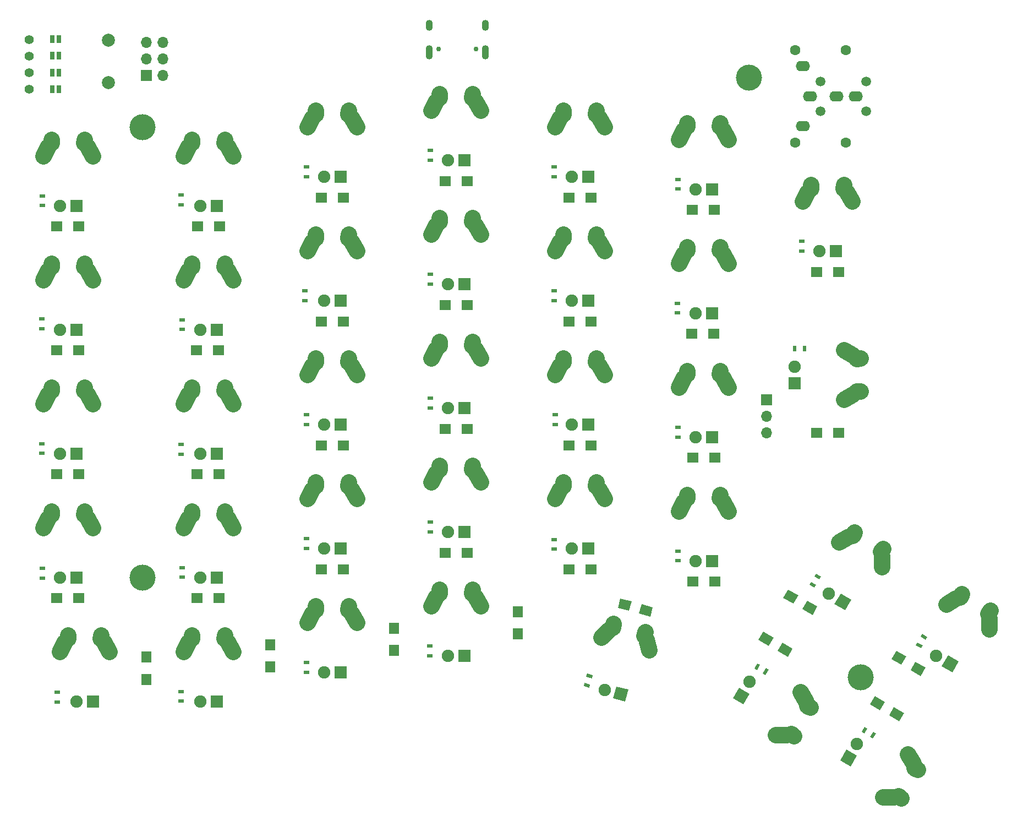
<source format=gts>
G04 #@! TF.GenerationSoftware,KiCad,Pcbnew,(5.1.5)-3*
G04 #@! TF.CreationDate,2020-05-08T01:13:36+04:00*
G04 #@! TF.ProjectId,redox_rev2,7265646f-785f-4726-9576-322e6b696361,1.0*
G04 #@! TF.SameCoordinates,Original*
G04 #@! TF.FileFunction,Soldermask,Top*
G04 #@! TF.FilePolarity,Negative*
%FSLAX46Y46*%
G04 Gerber Fmt 4.6, Leading zero omitted, Abs format (unit mm)*
G04 Created by KiCad (PCBNEW (5.1.5)-3) date 2020-05-08 01:13:36*
%MOMM*%
%LPD*%
G04 APERTURE LIST*
%ADD10R,1.905000X1.905000*%
%ADD11C,1.905000*%
%ADD12C,2.500000*%
%ADD13C,0.100000*%
%ADD14C,1.397000*%
%ADD15R,0.635000X1.143000*%
%ADD16C,1.600000*%
%ADD17C,1.500000*%
%ADD18O,2.200000X1.600000*%
%ADD19R,1.700000X1.700000*%
%ADD20O,1.700000X1.700000*%
%ADD21C,0.750000*%
%ADD22O,1.100000X2.200000*%
%ADD23O,1.100000X1.700000*%
%ADD24C,4.000000*%
%ADD25R,0.900000X0.500000*%
%ADD26R,0.500000X0.900000*%
%ADD27R,1.800000X1.500000*%
%ADD28R,1.500000X1.800000*%
%ADD29C,2.000000*%
G04 APERTURE END LIST*
D10*
X92710000Y-71755000D03*
D11*
X90170000Y-71755000D03*
D12*
X93979724Y-61595672D02*
X93940276Y-62174328D01*
X88440453Y-62675046D02*
X87629547Y-64134954D01*
X94439547Y-62675046D02*
X95250453Y-64134954D01*
X88900276Y-61595672D02*
X88939724Y-62174328D01*
D10*
X114300000Y-71755000D03*
D11*
X111760000Y-71755000D03*
D12*
X115569724Y-61595672D02*
X115530276Y-62174328D01*
X110030453Y-62675046D02*
X109219547Y-64134954D01*
X116029547Y-62675046D02*
X116840453Y-64134954D01*
X110490276Y-61595672D02*
X110529724Y-62174328D01*
D10*
X92710000Y-90805000D03*
D11*
X90170000Y-90805000D03*
D12*
X93979724Y-80645672D02*
X93940276Y-81224328D01*
X88440453Y-81725046D02*
X87629547Y-83184954D01*
X94439547Y-81725046D02*
X95250453Y-83184954D01*
X88900276Y-80645672D02*
X88939724Y-81224328D01*
D10*
X92710000Y-109855000D03*
D11*
X90170000Y-109855000D03*
D12*
X93979724Y-99695672D02*
X93940276Y-100274328D01*
X88440453Y-100775046D02*
X87629547Y-102234954D01*
X94439547Y-100775046D02*
X95250453Y-102234954D01*
X88900276Y-99695672D02*
X88939724Y-100274328D01*
D10*
X92710000Y-128905000D03*
D11*
X90170000Y-128905000D03*
D12*
X93979724Y-118745672D02*
X93940276Y-119324328D01*
X88440453Y-119825046D02*
X87629547Y-121284954D01*
X94439547Y-119825046D02*
X95250453Y-121284954D01*
X88900276Y-118745672D02*
X88939724Y-119324328D01*
D10*
X95250000Y-147955000D03*
D11*
X92710000Y-147955000D03*
D12*
X96519724Y-137795672D02*
X96480276Y-138374328D01*
X90980453Y-138875046D02*
X90169547Y-140334954D01*
X96979547Y-138875046D02*
X97790453Y-140334954D01*
X91440276Y-137795672D02*
X91479724Y-138374328D01*
D10*
X114300000Y-90805000D03*
D11*
X111760000Y-90805000D03*
D12*
X115569724Y-80645672D02*
X115530276Y-81224328D01*
X110030453Y-81725046D02*
X109219547Y-83184954D01*
X116029547Y-81725046D02*
X116840453Y-83184954D01*
X110490276Y-80645672D02*
X110529724Y-81224328D01*
D10*
X114300000Y-109855000D03*
D11*
X111760000Y-109855000D03*
D12*
X115569724Y-99695672D02*
X115530276Y-100274328D01*
X110030453Y-100775046D02*
X109219547Y-102234954D01*
X116029547Y-100775046D02*
X116840453Y-102234954D01*
X110490276Y-99695672D02*
X110529724Y-100274328D01*
D10*
X114300000Y-128905000D03*
D11*
X111760000Y-128905000D03*
D12*
X115569724Y-118745672D02*
X115530276Y-119324328D01*
X110030453Y-119825046D02*
X109219547Y-121284954D01*
X116029547Y-119825046D02*
X116840453Y-121284954D01*
X110490276Y-118745672D02*
X110529724Y-119324328D01*
D10*
X114300000Y-147955000D03*
D11*
X111760000Y-147955000D03*
D12*
X115569724Y-137795672D02*
X115530276Y-138374328D01*
X110030453Y-138875046D02*
X109219547Y-140334954D01*
X116029547Y-138875046D02*
X116840453Y-140334954D01*
X110490276Y-137795672D02*
X110529724Y-138374328D01*
D10*
X133350000Y-86360000D03*
D11*
X130810000Y-86360000D03*
D12*
X134619724Y-76200672D02*
X134580276Y-76779328D01*
X129080453Y-77280046D02*
X128269547Y-78739954D01*
X135079547Y-77280046D02*
X135890453Y-78739954D01*
X129540276Y-76200672D02*
X129579724Y-76779328D01*
D10*
X133350000Y-105410000D03*
D11*
X130810000Y-105410000D03*
D12*
X134619724Y-95250672D02*
X134580276Y-95829328D01*
X129080453Y-96330046D02*
X128269547Y-97789954D01*
X135079547Y-96330046D02*
X135890453Y-97789954D01*
X129540276Y-95250672D02*
X129579724Y-95829328D01*
D10*
X133350000Y-124460000D03*
D11*
X130810000Y-124460000D03*
D12*
X134619724Y-114300672D02*
X134580276Y-114879328D01*
X129080453Y-115380046D02*
X128269547Y-116839954D01*
X135079547Y-115380046D02*
X135890453Y-116839954D01*
X129540276Y-114300672D02*
X129579724Y-114879328D01*
D10*
X133350000Y-143510000D03*
D11*
X130810000Y-143510000D03*
D12*
X134619724Y-133350672D02*
X134580276Y-133929328D01*
X129080453Y-134430046D02*
X128269547Y-135889954D01*
X135079547Y-134430046D02*
X135890453Y-135889954D01*
X129540276Y-133350672D02*
X129579724Y-133929328D01*
D10*
X152400000Y-64770000D03*
D11*
X149860000Y-64770000D03*
D12*
X153669724Y-54610672D02*
X153630276Y-55189328D01*
X148130453Y-55690046D02*
X147319547Y-57149954D01*
X154129547Y-55690046D02*
X154940453Y-57149954D01*
X148590276Y-54610672D02*
X148629724Y-55189328D01*
D10*
X152400000Y-83820000D03*
D11*
X149860000Y-83820000D03*
D12*
X153669724Y-73660672D02*
X153630276Y-74239328D01*
X148130453Y-74740046D02*
X147319547Y-76199954D01*
X154129547Y-74740046D02*
X154940453Y-76199954D01*
X148590276Y-73660672D02*
X148629724Y-74239328D01*
D10*
X152400000Y-102870000D03*
D11*
X149860000Y-102870000D03*
D12*
X153669724Y-92710672D02*
X153630276Y-93289328D01*
X148130453Y-93790046D02*
X147319547Y-95249954D01*
X154129547Y-93790046D02*
X154940453Y-95249954D01*
X148590276Y-92710672D02*
X148629724Y-93289328D01*
D10*
X152400000Y-121920000D03*
D11*
X149860000Y-121920000D03*
D12*
X153669724Y-111760672D02*
X153630276Y-112339328D01*
X148130453Y-112840046D02*
X147319547Y-114299954D01*
X154129547Y-112840046D02*
X154940453Y-114299954D01*
X148590276Y-111760672D02*
X148629724Y-112339328D01*
D10*
X152400000Y-140970000D03*
D11*
X149860000Y-140970000D03*
D12*
X153669724Y-130810672D02*
X153630276Y-131389328D01*
X148130453Y-131890046D02*
X147319547Y-133349954D01*
X154129547Y-131890046D02*
X154940453Y-133349954D01*
X148590276Y-130810672D02*
X148629724Y-131389328D01*
D10*
X171450000Y-67310000D03*
D11*
X168910000Y-67310000D03*
D12*
X172719724Y-57150672D02*
X172680276Y-57729328D01*
X167180453Y-58230046D02*
X166369547Y-59689954D01*
X173179547Y-58230046D02*
X173990453Y-59689954D01*
X167640276Y-57150672D02*
X167679724Y-57729328D01*
D10*
X171450000Y-86360000D03*
D11*
X168910000Y-86360000D03*
D12*
X172719724Y-76200672D02*
X172680276Y-76779328D01*
X167180453Y-77280046D02*
X166369547Y-78739954D01*
X173179547Y-77280046D02*
X173990453Y-78739954D01*
X167640276Y-76200672D02*
X167679724Y-76779328D01*
D10*
X171450000Y-105410000D03*
D11*
X168910000Y-105410000D03*
D12*
X172719724Y-95250672D02*
X172680276Y-95829328D01*
X167180453Y-96330046D02*
X166369547Y-97789954D01*
X173179547Y-96330046D02*
X173990453Y-97789954D01*
X167640276Y-95250672D02*
X167679724Y-95829328D01*
D10*
X171450000Y-124460000D03*
D11*
X168910000Y-124460000D03*
D12*
X172719724Y-114300672D02*
X172680276Y-114879328D01*
X167180453Y-115380046D02*
X166369547Y-116839954D01*
X173179547Y-115380046D02*
X173990453Y-116839954D01*
X167640276Y-114300672D02*
X167679724Y-114879328D01*
D13*
G36*
X175275356Y-147514122D02*
G01*
X175768406Y-145674034D01*
X177608494Y-146167084D01*
X177115444Y-148007172D01*
X175275356Y-147514122D01*
G37*
D11*
X173988473Y-146183203D03*
D12*
X180297812Y-137356074D02*
X180109940Y-137904804D01*
X174667925Y-136965002D02*
X173506797Y-138165286D01*
X180462604Y-138517681D02*
X180868028Y-140137721D01*
X175391441Y-136041416D02*
X175279779Y-136610566D01*
D10*
X190500000Y-69215000D03*
D11*
X187960000Y-69215000D03*
D12*
X191769724Y-59055672D02*
X191730276Y-59634328D01*
X186230453Y-60135046D02*
X185419547Y-61594954D01*
X192229547Y-60135046D02*
X193040453Y-61594954D01*
X186690276Y-59055672D02*
X186729724Y-59634328D01*
D10*
X190500000Y-88265000D03*
D11*
X187960000Y-88265000D03*
D12*
X191769724Y-78105672D02*
X191730276Y-78684328D01*
X186230453Y-79185046D02*
X185419547Y-80644954D01*
X192229547Y-79185046D02*
X193040453Y-80644954D01*
X186690276Y-78105672D02*
X186729724Y-78684328D01*
D10*
X190500000Y-107315000D03*
D11*
X187960000Y-107315000D03*
D12*
X191769724Y-97155672D02*
X191730276Y-97734328D01*
X186230453Y-98235046D02*
X185419547Y-99694954D01*
X192229547Y-98235046D02*
X193040453Y-99694954D01*
X186690276Y-97155672D02*
X186729724Y-97734328D01*
D10*
X190500000Y-126365000D03*
D11*
X187960000Y-126365000D03*
D12*
X191769724Y-116205672D02*
X191730276Y-116784328D01*
X186230453Y-117285046D02*
X185419547Y-118744954D01*
X192229547Y-117285046D02*
X193040453Y-118744954D01*
X186690276Y-116205672D02*
X186729724Y-116784328D01*
D13*
G36*
X194641952Y-145848713D02*
G01*
X196291730Y-146801213D01*
X195339230Y-148450991D01*
X193689452Y-147498491D01*
X194641952Y-145848713D01*
G37*
D11*
X196260591Y-144950148D03*
D12*
X203153966Y-153329130D02*
X202672558Y-153005638D01*
X204988835Y-147992294D02*
X204129971Y-146560074D01*
X201989288Y-153187660D02*
X200319518Y-153159972D01*
X205693690Y-148930198D02*
X205172834Y-148675034D01*
D10*
X209550000Y-78740000D03*
D11*
X207010000Y-78740000D03*
D12*
X210819724Y-68580672D02*
X210780276Y-69159328D01*
X205280453Y-69660046D02*
X204469547Y-71119954D01*
X211279547Y-69660046D02*
X212090453Y-71119954D01*
X205740276Y-68580672D02*
X205779724Y-69159328D01*
D10*
X203200000Y-99060000D03*
D11*
X203200000Y-96520000D03*
D12*
X213359328Y-100329724D02*
X212780672Y-100290276D01*
X212279954Y-94790453D02*
X210820046Y-93979547D01*
X212279954Y-100789547D02*
X210820046Y-101600453D01*
X213359328Y-95250276D02*
X212780672Y-95289724D01*
D13*
G36*
X209348713Y-133018048D02*
G01*
X210301213Y-131368270D01*
X211950991Y-132320770D01*
X210998491Y-133970548D01*
X209348713Y-133018048D01*
G37*
D11*
X208450148Y-131399409D03*
D12*
X216829130Y-124506034D02*
X216505638Y-124987442D01*
X211492294Y-122671165D02*
X210060074Y-123530029D01*
X216687660Y-125670712D02*
X216659972Y-127340482D01*
X212430198Y-121966310D02*
X212175034Y-122487166D01*
D13*
G36*
X225858713Y-142543048D02*
G01*
X226811213Y-140893270D01*
X228460991Y-141845770D01*
X227508491Y-143495548D01*
X225858713Y-142543048D01*
G37*
D11*
X224960148Y-140924409D03*
D12*
X233339130Y-134031034D02*
X233015638Y-134512442D01*
X228002294Y-132196165D02*
X226570074Y-133055029D01*
X233197660Y-135195712D02*
X233169972Y-136865482D01*
X228940198Y-131491310D02*
X228685034Y-132012166D01*
D13*
G36*
X211151952Y-155373713D02*
G01*
X212801730Y-156326213D01*
X211849230Y-157975991D01*
X210199452Y-157023491D01*
X211151952Y-155373713D01*
G37*
D11*
X212770591Y-154475148D03*
D12*
X219663966Y-162854130D02*
X219182558Y-162530638D01*
X221498835Y-157517294D02*
X220639971Y-156085074D01*
X218499288Y-162712660D02*
X216829518Y-162684972D01*
X222203690Y-158455198D02*
X221682834Y-158200034D01*
D10*
X133350000Y-67310000D03*
D11*
X130810000Y-67310000D03*
D12*
X134619724Y-57150672D02*
X134580276Y-57729328D01*
X129080453Y-58230046D02*
X128269547Y-59689954D01*
X135079547Y-58230046D02*
X135890453Y-59689954D01*
X129540276Y-57150672D02*
X129579724Y-57729328D01*
D14*
X85400000Y-46200000D03*
X85400000Y-48740000D03*
X85400000Y-51280000D03*
X85400000Y-53820000D03*
D15*
X90035380Y-51308000D03*
X89034620Y-51308000D03*
X90035380Y-53848000D03*
X89034620Y-53848000D03*
X89034620Y-48641000D03*
X90035380Y-48641000D03*
X90035380Y-46101000D03*
X89034620Y-46101000D03*
D16*
X203287800Y-47816000D03*
X211087800Y-47816000D03*
X203287800Y-62040000D03*
X211087800Y-62040000D03*
D17*
X207223800Y-57228000D03*
X214223800Y-57228000D03*
D18*
X204523800Y-59528000D03*
X204523800Y-50328000D03*
X205623800Y-54928000D03*
X212623800Y-54928000D03*
D17*
X207223800Y-52628000D03*
X214223800Y-52628000D03*
D18*
X209623800Y-54928000D03*
D19*
X198882000Y-101600000D03*
D20*
X198882000Y-104140000D03*
X198882000Y-106680000D03*
D21*
X154190000Y-47650000D03*
X148410000Y-47650000D03*
D22*
X146980000Y-48180000D03*
X155620000Y-48180000D03*
D23*
X146980000Y-44000000D03*
X155620000Y-44000000D03*
D24*
X196215000Y-52070000D03*
X102870000Y-59690000D03*
X102870000Y-128905000D03*
X213360000Y-144272000D03*
D25*
X87503000Y-70243000D03*
X87503000Y-71743000D03*
D19*
X103505000Y-51689000D03*
D20*
X106045000Y-51689000D03*
X103505000Y-49149000D03*
X106045000Y-49149000D03*
X103505000Y-46609000D03*
X106045000Y-46609000D03*
D25*
X87376000Y-89166000D03*
X87376000Y-90666000D03*
X87376000Y-108343000D03*
X87376000Y-109843000D03*
X87503000Y-127520000D03*
X87503000Y-129020000D03*
X89789000Y-148070000D03*
X89789000Y-146570000D03*
X108839000Y-71616000D03*
X108839000Y-70116000D03*
X108966000Y-90793000D03*
X108966000Y-89293000D03*
X108839000Y-108470000D03*
X108839000Y-109970000D03*
X108966000Y-128893000D03*
X108966000Y-127393000D03*
X108839000Y-146443000D03*
X108839000Y-147943000D03*
X128143000Y-67298000D03*
X128143000Y-65798000D03*
X127889000Y-84860000D03*
X127889000Y-86360000D03*
X128143000Y-105386000D03*
X128143000Y-103886000D03*
X128143000Y-122948000D03*
X128143000Y-124448000D03*
X128143000Y-143510000D03*
X128143000Y-142010000D03*
X147193000Y-63258000D03*
X147193000Y-64758000D03*
X147193000Y-83820000D03*
X147193000Y-82320000D03*
X147193000Y-101370000D03*
X147193000Y-102870000D03*
X147193000Y-121920000D03*
X147193000Y-120420000D03*
X147066000Y-139446000D03*
X147066000Y-140946000D03*
X166243000Y-65786000D03*
X166243000Y-67286000D03*
X166243000Y-84860000D03*
X166243000Y-86360000D03*
X166370000Y-105410000D03*
X166370000Y-103910000D03*
X166243000Y-123075000D03*
X166243000Y-124575000D03*
D13*
G36*
X171625848Y-145862394D02*
G01*
X170756515Y-145629457D01*
X170885924Y-145146494D01*
X171755257Y-145379431D01*
X171625848Y-145862394D01*
G37*
G36*
X172014076Y-144413506D02*
G01*
X171144743Y-144180569D01*
X171274152Y-143697606D01*
X172143485Y-143930543D01*
X172014076Y-144413506D01*
G37*
D25*
X185293000Y-69203000D03*
X185293000Y-67703000D03*
X185166000Y-88253000D03*
X185166000Y-86753000D03*
X185293000Y-105815000D03*
X185293000Y-107315000D03*
X185293000Y-126353000D03*
X185293000Y-124853000D03*
D13*
G36*
X198328013Y-143641711D02*
G01*
X198778013Y-142862289D01*
X199211025Y-143112289D01*
X198761025Y-143891711D01*
X198328013Y-143641711D01*
G37*
G36*
X197028975Y-142891711D02*
G01*
X197478975Y-142112289D01*
X197911987Y-142362289D01*
X197461987Y-143141711D01*
X197028975Y-142891711D01*
G37*
D25*
X204343000Y-78728000D03*
X204343000Y-77228000D03*
D26*
X204700000Y-93726000D03*
X203200000Y-93726000D03*
D13*
G36*
X223397711Y-138487987D02*
G01*
X222618289Y-138037987D01*
X222868289Y-137604975D01*
X223647711Y-138054975D01*
X223397711Y-138487987D01*
G37*
G36*
X222647711Y-139787025D02*
G01*
X221868289Y-139337025D01*
X222118289Y-138904013D01*
X222897711Y-139354013D01*
X222647711Y-139787025D01*
G37*
G36*
X214838013Y-153420711D02*
G01*
X215288013Y-152641289D01*
X215721025Y-152891289D01*
X215271025Y-153670711D01*
X214838013Y-153420711D01*
G37*
G36*
X213538975Y-152670711D02*
G01*
X213988975Y-151891289D01*
X214421987Y-152141289D01*
X213971987Y-152920711D01*
X213538975Y-152670711D01*
G37*
G36*
X206485289Y-128321975D02*
G01*
X207264711Y-128771975D01*
X207014711Y-129204987D01*
X206235289Y-128754987D01*
X206485289Y-128321975D01*
G37*
G36*
X205735289Y-129621013D02*
G01*
X206514711Y-130071013D01*
X206264711Y-130504025D01*
X205485289Y-130054025D01*
X205735289Y-129621013D01*
G37*
D27*
X89664000Y-74930000D03*
X93064000Y-74930000D03*
X93089000Y-93980000D03*
X89689000Y-93980000D03*
X93064000Y-113030000D03*
X89664000Y-113030000D03*
X89664000Y-132080000D03*
X93064000Y-132080000D03*
D28*
X103505000Y-141175000D03*
X103505000Y-144575000D03*
D27*
X114730000Y-74930000D03*
X111330000Y-74930000D03*
X111203000Y-93980000D03*
X114603000Y-93980000D03*
X111279000Y-113030000D03*
X114679000Y-113030000D03*
X114679000Y-132080000D03*
X111279000Y-132080000D03*
D28*
X122555000Y-142670000D03*
X122555000Y-139270000D03*
D27*
X130380000Y-70485000D03*
X133780000Y-70485000D03*
X133780000Y-89535000D03*
X130380000Y-89535000D03*
X133780000Y-108585000D03*
X130380000Y-108585000D03*
X130380000Y-127635000D03*
X133780000Y-127635000D03*
D28*
X141605000Y-140130000D03*
X141605000Y-136730000D03*
D27*
X152830000Y-67945000D03*
X149430000Y-67945000D03*
X149430000Y-86995000D03*
X152830000Y-86995000D03*
X149430000Y-106045000D03*
X152830000Y-106045000D03*
X152830000Y-125095000D03*
X149430000Y-125095000D03*
D28*
X160655000Y-134190000D03*
X160655000Y-137590000D03*
D27*
X168480000Y-70485000D03*
X171880000Y-70485000D03*
X171880000Y-89535000D03*
X168480000Y-89535000D03*
X171880000Y-108585000D03*
X168480000Y-108585000D03*
X168480000Y-127635000D03*
X171880000Y-127635000D03*
D13*
G36*
X175992404Y-133596523D02*
G01*
X176380633Y-132147634D01*
X178119300Y-132613509D01*
X177731071Y-134062398D01*
X175992404Y-133596523D01*
G37*
G36*
X179276552Y-134476507D02*
G01*
X179664781Y-133027618D01*
X181403448Y-133493493D01*
X181015219Y-134942382D01*
X179276552Y-134476507D01*
G37*
D27*
X190879000Y-72390000D03*
X187479000Y-72390000D03*
X187352000Y-91440000D03*
X190752000Y-91440000D03*
X187530000Y-110490000D03*
X190930000Y-110490000D03*
X190930000Y-129540000D03*
X187530000Y-129540000D03*
D13*
G36*
X200596820Y-140241519D02*
G01*
X201346820Y-138942481D01*
X202905666Y-139842481D01*
X202155666Y-141141519D01*
X200596820Y-140241519D01*
G37*
G36*
X197652334Y-138541519D02*
G01*
X198402334Y-137242481D01*
X199961180Y-138142481D01*
X199211180Y-139441519D01*
X197652334Y-138541519D01*
G37*
D27*
X206580000Y-81915000D03*
X209980000Y-81915000D03*
X209980000Y-106680000D03*
X206580000Y-106680000D03*
D13*
G36*
X201462334Y-132064519D02*
G01*
X202212334Y-130765481D01*
X203771180Y-131665481D01*
X203021180Y-132964519D01*
X201462334Y-132064519D01*
G37*
G36*
X204406820Y-133764519D02*
G01*
X205156820Y-132465481D01*
X206715666Y-133365481D01*
X205965666Y-134664519D01*
X204406820Y-133764519D01*
G37*
G36*
X221043820Y-143162519D02*
G01*
X221793820Y-141863481D01*
X223352666Y-142763481D01*
X222602666Y-144062519D01*
X221043820Y-143162519D01*
G37*
G36*
X218099334Y-141462519D02*
G01*
X218849334Y-140163481D01*
X220408180Y-141063481D01*
X219658180Y-142362519D01*
X218099334Y-141462519D01*
G37*
G36*
X214797334Y-148447519D02*
G01*
X215547334Y-147148481D01*
X217106180Y-148048481D01*
X216356180Y-149347519D01*
X214797334Y-148447519D01*
G37*
G36*
X217741820Y-150147519D02*
G01*
X218491820Y-148848481D01*
X220050666Y-149748481D01*
X219300666Y-151047519D01*
X217741820Y-150147519D01*
G37*
D29*
X97600000Y-46350000D03*
X97600000Y-52850000D03*
M02*

</source>
